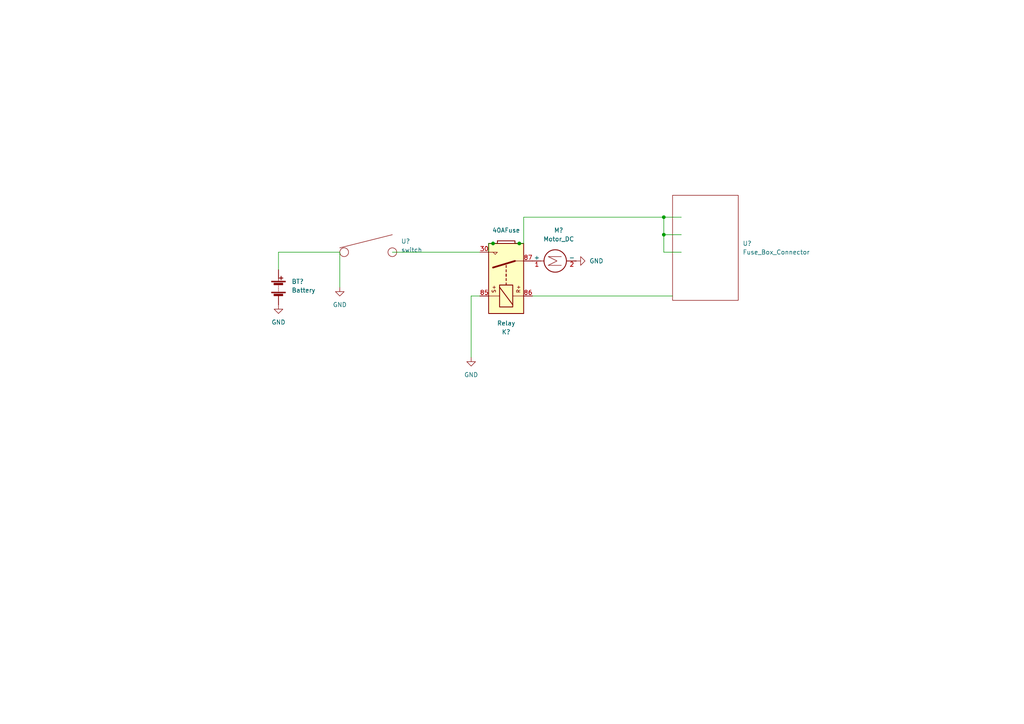
<source format=kicad_sch>
(kicad_sch (version 20211123) (generator eeschema)
  (paper "A4")
  (lib_symbols
    (symbol "Device:Battery" (pin_numbers hide) (pin_names (offset 0) hide)
      (property "Reference" "BT" (at 2.54 2.54 0))
      (property "Value" "Battery" (at 2.54 0 0))
      (symbol "Battery_0_1"
        (rectangle (start -2.032 -1.397) (end 2.032 -1.651) (fill (type outline)))
        (rectangle (start -2.032 1.778) (end 2.032 1.524) (fill (type outline)))
        (rectangle (start -1.3208 -1.9812) (end 1.27 -2.4892) (fill (type outline)))
        (rectangle (start -1.3208 1.1938) (end 1.27 0.6858) (fill (type outline)))
        (polyline (pts (xy 0 -1.524) (xy 0 -1.27)))
        (polyline (pts (xy 0 -1.016) (xy 0 -0.762)))
        (polyline (pts (xy 0 -0.508) (xy 0 -0.254)))
        (polyline (pts (xy 0 0) (xy 0 0.254)))
        (polyline (pts (xy 0 0.508) (xy 0 0.762)))
        (polyline (pts (xy 0 1.778) (xy 0 2.54)))
        (polyline (pts (xy 0.254 2.667) (xy 1.27 2.667)) (stroke (width 0.254)))
        (polyline (pts (xy 0.762 3.175) (xy 0.762 2.159)) (stroke (width 0.254)))
      )
      (symbol "Battery_1_1"
        (pin passive line (at 0 5.08 270) (length 2.54) (name "+") (number "1"))
        (pin passive line (at 0 -5.08 90) (length 2.54) (name "-") (number "2"))
      )
    )
    (symbol "Device:Fuse" (pin_numbers hide) (pin_names (offset 0))
      (property "Reference" "F" (at 2.032 0 90))
      (property "Value" "Fuse" (at -1.905 0 90))
      (symbol "Fuse_0_1"
        (rectangle (start -0.762 -2.54) (end 0.762 2.54) (stroke (width 0.254)))
        (polyline (pts (xy 0 2.54) (xy 0 -2.54)))
      )
      (symbol "Fuse_1_1"
        (pin passive line (at 0 3.81 270) (length 1.27) (name "~") (number "1"))
        (pin passive line (at 0 -3.81 90) (length 1.27) (name "~") (number "2"))
      )
    )
    (symbol "Motor:Motor_DC" (pin_names (offset 0))
      (property "Reference" "M" (at 2.54 2.54 0))
      (property "Value" "Motor_DC" (at 2.54 -5.08 0))
      (symbol "Motor_DC_0_0"
        (polyline (pts (xy -1.27 -3.302) (xy -1.27 0.508) (xy 0 -2.032) (xy 1.27 0.508) (xy 1.27 -3.302)))
      )
      (symbol "Motor_DC_0_1"
        (circle (center 0 -1.524) (radius 3.2512) (stroke (width 0.254)))
        (polyline (pts (xy 0 -7.62) (xy 0 -7.112)))
        (polyline (pts (xy 0 -4.7752) (xy 0 -5.1816)))
        (polyline (pts (xy 0 1.7272) (xy 0 2.0828)))
        (polyline (pts (xy 0 2.032) (xy 0 2.54)))
      )
      (symbol "Motor_DC_1_1"
        (pin passive line (at 0 5.08 270) (length 2.54) (name "+") (number "1"))
        (pin passive line (at 0 -7.62 90) (length 2.54) (name "-") (number "2"))
      )
    )
    (symbol "SCR23 Library:Relay"
      (property "Reference" "K" (at 3.7465 -11.5697 90))
      (property "Value" "Relay" (at 1.2065 -14.1097 90))
      (symbol "Relay_1_1"
        (polyline (pts (xy -5.1435 4.9403) (xy -1.9685 4.9403)))
        (polyline (pts (xy -2.6035 -5.2197) (xy -5.1435 -5.2197)))
        (polyline (pts (xy -2.6035 -5.2197) (xy 3.7465 -3.3147)) (stroke (width 0.508)))
        (polyline (pts (xy -1.9685 7.4803) (xy 1.8415 2.4003)) (stroke (width 0.254)))
        (polyline (pts (xy -0.0635 -3.3147) (xy -0.0635 -3.9497)) (stroke (width 0.254)))
        (polyline (pts (xy -0.0635 -2.0447) (xy -0.0635 -2.6797)) (stroke (width 0.254)))
        (polyline (pts (xy -0.0635 -0.7747) (xy -0.0635 -1.4097)) (stroke (width 0.254)))
        (polyline (pts (xy -0.0635 -0.7747) (xy -0.0635 -1.4097)) (stroke (width 0.254)))
        (polyline (pts (xy -0.0635 0.4953) (xy -0.0635 -0.1397)) (stroke (width 0.254)))
        (polyline (pts (xy -0.0635 1.7653) (xy -0.0635 1.1303)) (stroke (width 0.254)))
        (polyline (pts (xy 3.7465 -7.7597) (xy 5.0165 -7.7597)))
        (polyline (pts (xy 5.0165 4.9403) (xy 1.8415 4.9403)))
        (polyline (pts (xy 3.7465 -7.7597) (xy 2.4765 -7.7597) (xy 3.1115 -7.1247) (xy 3.7465 -7.7597)))
        (rectangle (start 1.8415 8.1153) (end -1.9685 1.7653) (stroke (width 0.254)))
        (rectangle (start 5.0165 10.0203) (end -5.1435 -10.2997) (stroke (width 0.254)) (fill (type background)))
        (text "R+" (at -3.6195 2.9083 900) (effects (font (size 1.016 1.016))))
        (text "S+" (at 3.4925 2.9083 900) (effects (font (size 1.016 1.016))))
        (pin passive line (at 7.5565 -7.7597 180) (length 2.54) (name "~") (number "30"))
        (pin passive line (at 7.5565 4.9403 180) (length 2.54) (name "~") (number "85"))
        (pin passive line (at -7.6835 4.9403 0) (length 2.54) (name "~") (number "86"))
        (pin passive line (at -7.6835 -5.2197 0) (length 2.54) (name "~") (number "87"))
      )
    )
    (symbol "power:GND" (power) (pin_names (offset 0))
      (property "Value" "GND" (at 0 -3.81 0))
      (symbol "GND_0_1"
        (polyline (pts (xy 0 0) (xy 0 -1.27) (xy 1.27 -1.27) (xy 0 -2.54) (xy -1.27 -1.27) (xy 0 -1.27)))
      )
      (symbol "GND_1_1"
        (pin power_in line (at 0 0 270) (length 0) hide (name "GND") (number "1"))
      )
    )
    (symbol "symbols:Fuse_Box_Connector"
      (property "Reference" "U" (at 0 0 0))
      (property "Value" "Fuse_Box_Connector" (at 0 0 0))
      (symbol "Fuse_Box_Connector_0_1"
        (rectangle (start -13.97 8.89) (end 16.51 -10.16))
      )
    )
    (symbol "symbols:switch"
      (property "Reference" "U" (at 0 0 0))
      (property "Value" "switch" (at 0 0 0))
      (symbol "switch_0_1"
        (circle (center -6.35 0) (radius 1.27))
        (polyline (pts (xy -7.62 1.27) (xy 7.62 5.08)))
        (circle (center 7.62 0) (radius 1.27))
      )
    )
  )
  (junction (at 192.532 62.992))
  (junction (at 192.532 68.072))
  (junction (at 150.622 70.612))
  (junction (at 143.002 70.612))
  (wire (pts (xy 197.612 73.152) (xy 192.532 73.152)))
  (wire (pts (xy 154.432 85.852) (xy 195.072 85.852)))
  (wire (pts (xy 141.732 70.612) (xy 141.732 73.152)))
  (wire (pts (xy 143.002 70.612) (xy 141.732 70.612)))
  (wire (pts (xy 136.652 85.852) (xy 136.652 103.632)))
  (wire (pts (xy 150.622 70.612) (xy 151.892 70.612)))
  (wire (pts (xy 149.352 70.612) (xy 150.622 70.612)))
  (wire (pts (xy 192.532 62.992) (xy 197.612 62.992)))
  (wire (pts (xy 113.792 73.152) (xy 139.192 73.152)))
  (wire (pts (xy 151.892 62.992) (xy 151.892 70.612)))
  (wire (pts (xy 192.532 68.072) (xy 197.612 68.072)))
  (wire (pts (xy 80.772 73.152) (xy 98.552 73.152)))
  (wire (pts (xy 144.272 70.612) (xy 143.002 70.612)))
  (wire (pts (xy 151.892 62.992) (xy 192.532 62.992)))
  (wire (pts (xy 192.532 68.072) (xy 192.532 62.992)))
  (wire (pts (xy 192.532 73.152) (xy 192.532 68.072)))
  (wire (pts (xy 98.552 73.152) (xy 98.552 83.312)))
  (wire (pts (xy 80.772 78.232) (xy 80.772 73.152)))
  (wire (pts (xy 139.192 85.852) (xy 136.652 85.852)))
  (symbol (lib_id "symbols:Fuse_Box_Connector") (at 205.232 70.612 270) (unit 1)
    (property "Reference" "U?" (at 215.392 70.6119 90) (effects (justify left)))
    (property "Value" "Fuse_Box_Connector" (at 215.392 73.1519 90) (effects (justify left)))
  )
  (symbol (lib_id "symbols:switch") (at 106.172 73.152 0) (unit 1)
    (property "Reference" "U?" (at 116.332 69.9769 0) (effects (justify left)))
    (property "Value" "switch" (at 116.332 72.5169 0) (effects (justify left)))
  )
  (symbol (lib_id "power:GND") (at 167.132 75.692 90) (unit 1)
    (property "Reference" "#PWR?" (effects hide))
    (property "Value" "GND" (at 170.942 75.6919 90) (effects (justify right)))
  )
  (symbol (lib_id "power:GND") (at 80.772 88.392 0) (unit 1)
    (property "Reference" "#PWR?" (effects hide))
    (property "Value" "GND" (at 80.772 93.472 0))
  )
  (symbol (lib_id "power:GND") (at 98.552 83.312 0) (unit 1)
    (property "Reference" "#PWR?" (effects hide))
    (property "Value" "GND" (at 98.552 88.392 0))
  )
  (symbol (lib_id "Motor:Motor_DC") (at 159.512 75.692 90) (unit 1)
    (property "Reference" "M?" (at 162.052 66.802 90))
    (property "Value" "Motor_DC" (at 162.052 69.342 90))
  )
  (symbol (lib_id "SCR23 Library:Relay") (at 146.7485 80.9117 180) (unit 1)
    (property "Reference" "K?" (at 146.812 96.2914 0))
    (property "Value" "Relay" (at 146.812 93.7514 0))
  )
  (symbol (lib_id "power:GND") (at 136.652 103.632 0) (unit 1)
    (property "Reference" "#PWR?" (effects hide))
    (property "Value" "GND" (at 136.652 108.712 0))
  )
  (symbol (lib_id "Device:Fuse") (at 146.812 70.612 270) (unit 1)
    (property "Reference" "F?" (effects hide))
    (property "Value" "40AFuse" (at 146.812 66.802 90))
  )
  (symbol (lib_id "Device:Battery") (at 80.772 83.312 0) (unit 1)
    (property "Reference" "BT?" (at 84.582 81.6609 0) (effects (justify left)))
    (property "Value" "Battery" (at 84.582 84.2009 0) (effects (justify left)))
  )
)
</source>
